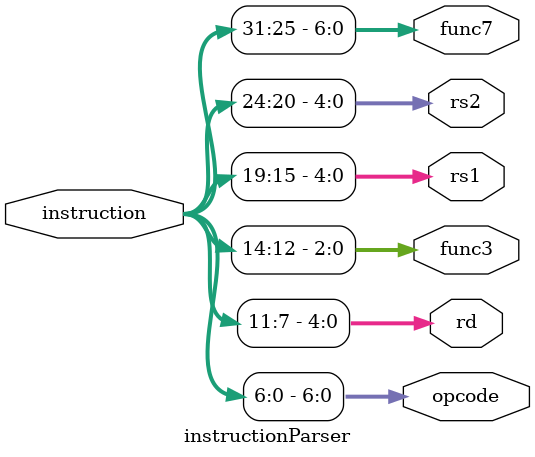
<source format=v>
`timescale 1ns / 1ps

module instructionParser(
    input [31:0] instruction,
    output [6:0] opcode,
    output [4:0] rd,
    output [2:0] func3,
    output [4:0] rs1,
    output [4:0] rs2,
    output [6:0] func7
    );
    
    assign opcode = instruction[6:0];
    assign rd = instruction[11:7];
    assign func3 = instruction[14:12];
    assign rs1 = instruction[19:15];
    assign rs2 = instruction[24:20];
    assign func7 = instruction[31:25];
endmodule

</source>
